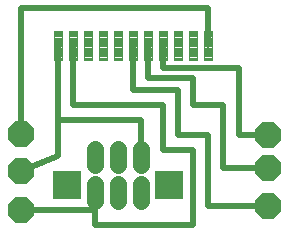
<source format=gtl>
G04 EAGLE Gerber RS-274X export*
G75*
%MOMM*%
%FSLAX34Y34*%
%LPD*%
%INTop Copper*%
%IPPOS*%
%AMOC8*
5,1,8,0,0,1.08239X$1,22.5*%
G01*
%ADD10R,2.400000X2.400000*%
%ADD11C,1.408000*%
%ADD12C,0.099059*%
%ADD13P,2.336880X8X22.500000*%
%ADD14C,0.508000*%


D10*
X-233680Y72390D03*
X-147320Y72390D03*
D11*
X-171200Y88900D02*
X-171200Y102980D01*
X-190500Y102980D02*
X-190500Y88900D01*
X-209800Y88900D02*
X-209800Y102980D01*
X-171200Y72800D02*
X-171200Y58720D01*
X-190500Y58720D02*
X-190500Y72800D01*
X-209800Y72800D02*
X-209800Y58720D01*
D12*
X-117615Y178295D02*
X-110985Y178295D01*
X-117615Y178295D02*
X-117615Y202705D01*
X-110985Y202705D01*
X-110985Y178295D01*
X-110985Y179236D02*
X-117615Y179236D01*
X-117615Y180177D02*
X-110985Y180177D01*
X-110985Y181118D02*
X-117615Y181118D01*
X-117615Y182059D02*
X-110985Y182059D01*
X-110985Y183000D02*
X-117615Y183000D01*
X-117615Y183941D02*
X-110985Y183941D01*
X-110985Y184882D02*
X-117615Y184882D01*
X-117615Y185823D02*
X-110985Y185823D01*
X-110985Y186764D02*
X-117615Y186764D01*
X-117615Y187705D02*
X-110985Y187705D01*
X-110985Y188646D02*
X-117615Y188646D01*
X-117615Y189587D02*
X-110985Y189587D01*
X-110985Y190528D02*
X-117615Y190528D01*
X-117615Y191469D02*
X-110985Y191469D01*
X-110985Y192410D02*
X-117615Y192410D01*
X-117615Y193351D02*
X-110985Y193351D01*
X-110985Y194292D02*
X-117615Y194292D01*
X-117615Y195233D02*
X-110985Y195233D01*
X-110985Y196174D02*
X-117615Y196174D01*
X-117615Y197115D02*
X-110985Y197115D01*
X-110985Y198056D02*
X-117615Y198056D01*
X-117615Y198997D02*
X-110985Y198997D01*
X-110985Y199938D02*
X-117615Y199938D01*
X-117615Y200879D02*
X-110985Y200879D01*
X-110985Y201820D02*
X-117615Y201820D01*
X-123685Y178295D02*
X-130315Y178295D01*
X-130315Y202705D01*
X-123685Y202705D01*
X-123685Y178295D01*
X-123685Y179236D02*
X-130315Y179236D01*
X-130315Y180177D02*
X-123685Y180177D01*
X-123685Y181118D02*
X-130315Y181118D01*
X-130315Y182059D02*
X-123685Y182059D01*
X-123685Y183000D02*
X-130315Y183000D01*
X-130315Y183941D02*
X-123685Y183941D01*
X-123685Y184882D02*
X-130315Y184882D01*
X-130315Y185823D02*
X-123685Y185823D01*
X-123685Y186764D02*
X-130315Y186764D01*
X-130315Y187705D02*
X-123685Y187705D01*
X-123685Y188646D02*
X-130315Y188646D01*
X-130315Y189587D02*
X-123685Y189587D01*
X-123685Y190528D02*
X-130315Y190528D01*
X-130315Y191469D02*
X-123685Y191469D01*
X-123685Y192410D02*
X-130315Y192410D01*
X-130315Y193351D02*
X-123685Y193351D01*
X-123685Y194292D02*
X-130315Y194292D01*
X-130315Y195233D02*
X-123685Y195233D01*
X-123685Y196174D02*
X-130315Y196174D01*
X-130315Y197115D02*
X-123685Y197115D01*
X-123685Y198056D02*
X-130315Y198056D01*
X-130315Y198997D02*
X-123685Y198997D01*
X-123685Y199938D02*
X-130315Y199938D01*
X-130315Y200879D02*
X-123685Y200879D01*
X-123685Y201820D02*
X-130315Y201820D01*
X-136385Y178295D02*
X-143015Y178295D01*
X-143015Y202705D01*
X-136385Y202705D01*
X-136385Y178295D01*
X-136385Y179236D02*
X-143015Y179236D01*
X-143015Y180177D02*
X-136385Y180177D01*
X-136385Y181118D02*
X-143015Y181118D01*
X-143015Y182059D02*
X-136385Y182059D01*
X-136385Y183000D02*
X-143015Y183000D01*
X-143015Y183941D02*
X-136385Y183941D01*
X-136385Y184882D02*
X-143015Y184882D01*
X-143015Y185823D02*
X-136385Y185823D01*
X-136385Y186764D02*
X-143015Y186764D01*
X-143015Y187705D02*
X-136385Y187705D01*
X-136385Y188646D02*
X-143015Y188646D01*
X-143015Y189587D02*
X-136385Y189587D01*
X-136385Y190528D02*
X-143015Y190528D01*
X-143015Y191469D02*
X-136385Y191469D01*
X-136385Y192410D02*
X-143015Y192410D01*
X-143015Y193351D02*
X-136385Y193351D01*
X-136385Y194292D02*
X-143015Y194292D01*
X-143015Y195233D02*
X-136385Y195233D01*
X-136385Y196174D02*
X-143015Y196174D01*
X-143015Y197115D02*
X-136385Y197115D01*
X-136385Y198056D02*
X-143015Y198056D01*
X-143015Y198997D02*
X-136385Y198997D01*
X-136385Y199938D02*
X-143015Y199938D01*
X-143015Y200879D02*
X-136385Y200879D01*
X-136385Y201820D02*
X-143015Y201820D01*
X-149085Y178295D02*
X-155715Y178295D01*
X-155715Y202705D01*
X-149085Y202705D01*
X-149085Y178295D01*
X-149085Y179236D02*
X-155715Y179236D01*
X-155715Y180177D02*
X-149085Y180177D01*
X-149085Y181118D02*
X-155715Y181118D01*
X-155715Y182059D02*
X-149085Y182059D01*
X-149085Y183000D02*
X-155715Y183000D01*
X-155715Y183941D02*
X-149085Y183941D01*
X-149085Y184882D02*
X-155715Y184882D01*
X-155715Y185823D02*
X-149085Y185823D01*
X-149085Y186764D02*
X-155715Y186764D01*
X-155715Y187705D02*
X-149085Y187705D01*
X-149085Y188646D02*
X-155715Y188646D01*
X-155715Y189587D02*
X-149085Y189587D01*
X-149085Y190528D02*
X-155715Y190528D01*
X-155715Y191469D02*
X-149085Y191469D01*
X-149085Y192410D02*
X-155715Y192410D01*
X-155715Y193351D02*
X-149085Y193351D01*
X-149085Y194292D02*
X-155715Y194292D01*
X-155715Y195233D02*
X-149085Y195233D01*
X-149085Y196174D02*
X-155715Y196174D01*
X-155715Y197115D02*
X-149085Y197115D01*
X-149085Y198056D02*
X-155715Y198056D01*
X-155715Y198997D02*
X-149085Y198997D01*
X-149085Y199938D02*
X-155715Y199938D01*
X-155715Y200879D02*
X-149085Y200879D01*
X-149085Y201820D02*
X-155715Y201820D01*
X-161785Y178295D02*
X-168415Y178295D01*
X-168415Y202705D01*
X-161785Y202705D01*
X-161785Y178295D01*
X-161785Y179236D02*
X-168415Y179236D01*
X-168415Y180177D02*
X-161785Y180177D01*
X-161785Y181118D02*
X-168415Y181118D01*
X-168415Y182059D02*
X-161785Y182059D01*
X-161785Y183000D02*
X-168415Y183000D01*
X-168415Y183941D02*
X-161785Y183941D01*
X-161785Y184882D02*
X-168415Y184882D01*
X-168415Y185823D02*
X-161785Y185823D01*
X-161785Y186764D02*
X-168415Y186764D01*
X-168415Y187705D02*
X-161785Y187705D01*
X-161785Y188646D02*
X-168415Y188646D01*
X-168415Y189587D02*
X-161785Y189587D01*
X-161785Y190528D02*
X-168415Y190528D01*
X-168415Y191469D02*
X-161785Y191469D01*
X-161785Y192410D02*
X-168415Y192410D01*
X-168415Y193351D02*
X-161785Y193351D01*
X-161785Y194292D02*
X-168415Y194292D01*
X-168415Y195233D02*
X-161785Y195233D01*
X-161785Y196174D02*
X-168415Y196174D01*
X-168415Y197115D02*
X-161785Y197115D01*
X-161785Y198056D02*
X-168415Y198056D01*
X-168415Y198997D02*
X-161785Y198997D01*
X-161785Y199938D02*
X-168415Y199938D01*
X-168415Y200879D02*
X-161785Y200879D01*
X-161785Y201820D02*
X-168415Y201820D01*
X-174485Y178295D02*
X-181115Y178295D01*
X-181115Y202705D01*
X-174485Y202705D01*
X-174485Y178295D01*
X-174485Y179236D02*
X-181115Y179236D01*
X-181115Y180177D02*
X-174485Y180177D01*
X-174485Y181118D02*
X-181115Y181118D01*
X-181115Y182059D02*
X-174485Y182059D01*
X-174485Y183000D02*
X-181115Y183000D01*
X-181115Y183941D02*
X-174485Y183941D01*
X-174485Y184882D02*
X-181115Y184882D01*
X-181115Y185823D02*
X-174485Y185823D01*
X-174485Y186764D02*
X-181115Y186764D01*
X-181115Y187705D02*
X-174485Y187705D01*
X-174485Y188646D02*
X-181115Y188646D01*
X-181115Y189587D02*
X-174485Y189587D01*
X-174485Y190528D02*
X-181115Y190528D01*
X-181115Y191469D02*
X-174485Y191469D01*
X-174485Y192410D02*
X-181115Y192410D01*
X-181115Y193351D02*
X-174485Y193351D01*
X-174485Y194292D02*
X-181115Y194292D01*
X-181115Y195233D02*
X-174485Y195233D01*
X-174485Y196174D02*
X-181115Y196174D01*
X-181115Y197115D02*
X-174485Y197115D01*
X-174485Y198056D02*
X-181115Y198056D01*
X-181115Y198997D02*
X-174485Y198997D01*
X-174485Y199938D02*
X-181115Y199938D01*
X-181115Y200879D02*
X-174485Y200879D01*
X-174485Y201820D02*
X-181115Y201820D01*
X-187185Y178295D02*
X-193815Y178295D01*
X-193815Y202705D01*
X-187185Y202705D01*
X-187185Y178295D01*
X-187185Y179236D02*
X-193815Y179236D01*
X-193815Y180177D02*
X-187185Y180177D01*
X-187185Y181118D02*
X-193815Y181118D01*
X-193815Y182059D02*
X-187185Y182059D01*
X-187185Y183000D02*
X-193815Y183000D01*
X-193815Y183941D02*
X-187185Y183941D01*
X-187185Y184882D02*
X-193815Y184882D01*
X-193815Y185823D02*
X-187185Y185823D01*
X-187185Y186764D02*
X-193815Y186764D01*
X-193815Y187705D02*
X-187185Y187705D01*
X-187185Y188646D02*
X-193815Y188646D01*
X-193815Y189587D02*
X-187185Y189587D01*
X-187185Y190528D02*
X-193815Y190528D01*
X-193815Y191469D02*
X-187185Y191469D01*
X-187185Y192410D02*
X-193815Y192410D01*
X-193815Y193351D02*
X-187185Y193351D01*
X-187185Y194292D02*
X-193815Y194292D01*
X-193815Y195233D02*
X-187185Y195233D01*
X-187185Y196174D02*
X-193815Y196174D01*
X-193815Y197115D02*
X-187185Y197115D01*
X-187185Y198056D02*
X-193815Y198056D01*
X-193815Y198997D02*
X-187185Y198997D01*
X-187185Y199938D02*
X-193815Y199938D01*
X-193815Y200879D02*
X-187185Y200879D01*
X-187185Y201820D02*
X-193815Y201820D01*
X-199885Y178295D02*
X-206515Y178295D01*
X-206515Y202705D01*
X-199885Y202705D01*
X-199885Y178295D01*
X-199885Y179236D02*
X-206515Y179236D01*
X-206515Y180177D02*
X-199885Y180177D01*
X-199885Y181118D02*
X-206515Y181118D01*
X-206515Y182059D02*
X-199885Y182059D01*
X-199885Y183000D02*
X-206515Y183000D01*
X-206515Y183941D02*
X-199885Y183941D01*
X-199885Y184882D02*
X-206515Y184882D01*
X-206515Y185823D02*
X-199885Y185823D01*
X-199885Y186764D02*
X-206515Y186764D01*
X-206515Y187705D02*
X-199885Y187705D01*
X-199885Y188646D02*
X-206515Y188646D01*
X-206515Y189587D02*
X-199885Y189587D01*
X-199885Y190528D02*
X-206515Y190528D01*
X-206515Y191469D02*
X-199885Y191469D01*
X-199885Y192410D02*
X-206515Y192410D01*
X-206515Y193351D02*
X-199885Y193351D01*
X-199885Y194292D02*
X-206515Y194292D01*
X-206515Y195233D02*
X-199885Y195233D01*
X-199885Y196174D02*
X-206515Y196174D01*
X-206515Y197115D02*
X-199885Y197115D01*
X-199885Y198056D02*
X-206515Y198056D01*
X-206515Y198997D02*
X-199885Y198997D01*
X-199885Y199938D02*
X-206515Y199938D01*
X-206515Y200879D02*
X-199885Y200879D01*
X-199885Y201820D02*
X-206515Y201820D01*
X-212585Y178295D02*
X-219215Y178295D01*
X-219215Y202705D01*
X-212585Y202705D01*
X-212585Y178295D01*
X-212585Y179236D02*
X-219215Y179236D01*
X-219215Y180177D02*
X-212585Y180177D01*
X-212585Y181118D02*
X-219215Y181118D01*
X-219215Y182059D02*
X-212585Y182059D01*
X-212585Y183000D02*
X-219215Y183000D01*
X-219215Y183941D02*
X-212585Y183941D01*
X-212585Y184882D02*
X-219215Y184882D01*
X-219215Y185823D02*
X-212585Y185823D01*
X-212585Y186764D02*
X-219215Y186764D01*
X-219215Y187705D02*
X-212585Y187705D01*
X-212585Y188646D02*
X-219215Y188646D01*
X-219215Y189587D02*
X-212585Y189587D01*
X-212585Y190528D02*
X-219215Y190528D01*
X-219215Y191469D02*
X-212585Y191469D01*
X-212585Y192410D02*
X-219215Y192410D01*
X-219215Y193351D02*
X-212585Y193351D01*
X-212585Y194292D02*
X-219215Y194292D01*
X-219215Y195233D02*
X-212585Y195233D01*
X-212585Y196174D02*
X-219215Y196174D01*
X-219215Y197115D02*
X-212585Y197115D01*
X-212585Y198056D02*
X-219215Y198056D01*
X-219215Y198997D02*
X-212585Y198997D01*
X-212585Y199938D02*
X-219215Y199938D01*
X-219215Y200879D02*
X-212585Y200879D01*
X-212585Y201820D02*
X-219215Y201820D01*
X-225285Y178295D02*
X-231915Y178295D01*
X-231915Y202705D01*
X-225285Y202705D01*
X-225285Y178295D01*
X-225285Y179236D02*
X-231915Y179236D01*
X-231915Y180177D02*
X-225285Y180177D01*
X-225285Y181118D02*
X-231915Y181118D01*
X-231915Y182059D02*
X-225285Y182059D01*
X-225285Y183000D02*
X-231915Y183000D01*
X-231915Y183941D02*
X-225285Y183941D01*
X-225285Y184882D02*
X-231915Y184882D01*
X-231915Y185823D02*
X-225285Y185823D01*
X-225285Y186764D02*
X-231915Y186764D01*
X-231915Y187705D02*
X-225285Y187705D01*
X-225285Y188646D02*
X-231915Y188646D01*
X-231915Y189587D02*
X-225285Y189587D01*
X-225285Y190528D02*
X-231915Y190528D01*
X-231915Y191469D02*
X-225285Y191469D01*
X-225285Y192410D02*
X-231915Y192410D01*
X-231915Y193351D02*
X-225285Y193351D01*
X-225285Y194292D02*
X-231915Y194292D01*
X-231915Y195233D02*
X-225285Y195233D01*
X-225285Y196174D02*
X-231915Y196174D01*
X-231915Y197115D02*
X-225285Y197115D01*
X-225285Y198056D02*
X-231915Y198056D01*
X-231915Y198997D02*
X-225285Y198997D01*
X-225285Y199938D02*
X-231915Y199938D01*
X-231915Y200879D02*
X-225285Y200879D01*
X-225285Y201820D02*
X-231915Y201820D01*
X-237985Y178295D02*
X-244615Y178295D01*
X-244615Y202705D01*
X-237985Y202705D01*
X-237985Y178295D01*
X-237985Y179236D02*
X-244615Y179236D01*
X-244615Y180177D02*
X-237985Y180177D01*
X-237985Y181118D02*
X-244615Y181118D01*
X-244615Y182059D02*
X-237985Y182059D01*
X-237985Y183000D02*
X-244615Y183000D01*
X-244615Y183941D02*
X-237985Y183941D01*
X-237985Y184882D02*
X-244615Y184882D01*
X-244615Y185823D02*
X-237985Y185823D01*
X-237985Y186764D02*
X-244615Y186764D01*
X-244615Y187705D02*
X-237985Y187705D01*
X-237985Y188646D02*
X-244615Y188646D01*
X-244615Y189587D02*
X-237985Y189587D01*
X-237985Y190528D02*
X-244615Y190528D01*
X-244615Y191469D02*
X-237985Y191469D01*
X-237985Y192410D02*
X-244615Y192410D01*
X-244615Y193351D02*
X-237985Y193351D01*
X-237985Y194292D02*
X-244615Y194292D01*
X-244615Y195233D02*
X-237985Y195233D01*
X-237985Y196174D02*
X-244615Y196174D01*
X-244615Y197115D02*
X-237985Y197115D01*
X-237985Y198056D02*
X-244615Y198056D01*
X-244615Y198997D02*
X-237985Y198997D01*
X-237985Y199938D02*
X-244615Y199938D01*
X-244615Y200879D02*
X-237985Y200879D01*
X-237985Y201820D02*
X-244615Y201820D01*
D13*
X-63500Y86360D03*
X-63500Y54610D03*
X-63500Y114300D03*
X-273050Y50800D03*
X-273050Y83820D03*
X-273050Y115570D03*
D14*
X-171200Y127000D02*
X-171200Y88900D01*
X-241300Y127000D02*
X-241300Y190500D01*
X-241300Y127000D02*
X-171200Y127000D01*
X-241300Y96520D02*
X-273050Y83820D01*
X-241300Y96520D02*
X-241300Y127000D01*
X-228600Y139700D02*
X-228600Y190500D01*
X-127000Y101600D02*
X-127000Y38100D01*
X-152400Y139700D02*
X-228600Y139700D01*
X-209800Y72800D02*
X-209800Y50800D01*
X-209800Y38100D01*
X-127000Y38100D01*
X-127000Y101600D02*
X-152400Y101600D01*
X-152400Y139700D01*
X-209800Y50800D02*
X-273050Y50800D01*
X-88392Y114300D02*
X-63500Y114300D01*
X-88392Y114300D02*
X-88392Y171704D01*
X-152400Y171704D01*
X-152400Y190500D01*
X-127000Y139954D02*
X-101600Y139954D01*
X-101600Y86360D01*
X-63500Y86360D01*
X-127000Y139954D02*
X-127000Y162560D01*
X-165100Y162560D01*
X-165100Y190500D01*
X-114300Y54610D02*
X-63500Y54610D01*
X-114300Y54610D02*
X-114300Y114300D01*
X-139700Y114300D01*
X-139700Y152400D01*
X-177800Y152400D01*
X-177800Y190500D01*
X-273050Y222250D02*
X-273050Y115570D01*
X-114300Y190500D02*
X-114300Y222250D01*
X-273050Y222250D01*
M02*

</source>
